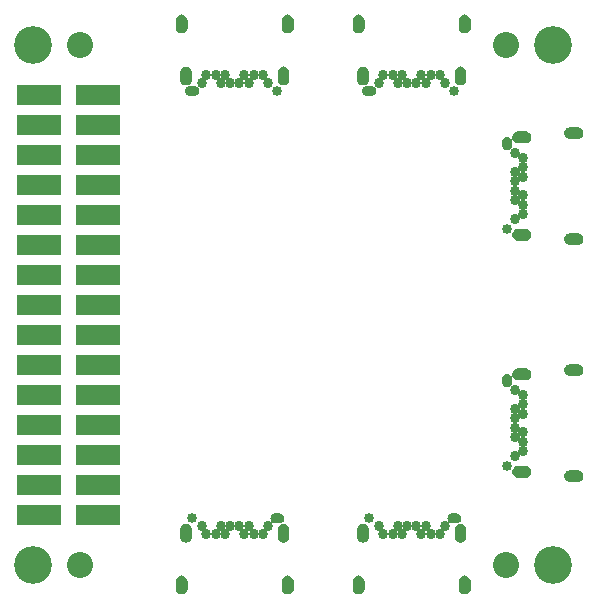
<source format=gbr>
G04 EAGLE Gerber RS-274X export*
G75*
%MOMM*%
%FSLAX34Y34*%
%LPD*%
%INSoldermask Bottom*%
%IPPOS*%
%AMOC8*
5,1,8,0,0,1.08239X$1,22.5*%
G01*
%ADD10C,3.203200*%
%ADD11C,2.203200*%
%ADD12C,0.863200*%
%ADD13C,0.853200*%
%ADD14R,3.803200X1.803200*%
%ADD15C,0.813200*%

G36*
X490683Y390373D02*
X490683Y390373D01*
X490686Y390371D01*
X491798Y390496D01*
X491804Y390502D01*
X491809Y390499D01*
X492866Y390869D01*
X492870Y390876D01*
X492876Y390873D01*
X493824Y391469D01*
X493827Y391477D01*
X493832Y391476D01*
X494624Y392268D01*
X494625Y392276D01*
X494631Y392276D01*
X495227Y393224D01*
X495226Y393233D01*
X495231Y393234D01*
X495601Y394291D01*
X495600Y394295D01*
X495602Y394297D01*
X495600Y394300D01*
X495604Y394302D01*
X495729Y395415D01*
X495725Y395422D01*
X495729Y395426D01*
X495604Y396538D01*
X495598Y396544D01*
X495601Y396549D01*
X495231Y397606D01*
X495225Y397610D01*
X495227Y397616D01*
X494631Y398564D01*
X494623Y398567D01*
X494624Y398572D01*
X493832Y399364D01*
X493824Y399365D01*
X493824Y399371D01*
X492876Y399967D01*
X492867Y399966D01*
X492866Y399971D01*
X491809Y400341D01*
X491801Y400339D01*
X491798Y400344D01*
X490686Y400469D01*
X490682Y400467D01*
X490680Y400469D01*
X484680Y400469D01*
X484677Y400467D01*
X484676Y400467D01*
X484675Y400469D01*
X483562Y400344D01*
X483556Y400338D01*
X483551Y400341D01*
X482494Y399971D01*
X482490Y399965D01*
X482484Y399967D01*
X481536Y399371D01*
X481533Y399363D01*
X481528Y399364D01*
X480736Y398572D01*
X480735Y398564D01*
X480729Y398564D01*
X480133Y397616D01*
X480134Y397607D01*
X480129Y397606D01*
X479759Y396549D01*
X479761Y396543D01*
X479757Y396540D01*
X479758Y396539D01*
X479756Y396538D01*
X479631Y395426D01*
X479635Y395418D01*
X479631Y395415D01*
X479756Y394302D01*
X479762Y394296D01*
X479759Y394291D01*
X480129Y393234D01*
X480136Y393230D01*
X480133Y393224D01*
X480729Y392276D01*
X480737Y392273D01*
X480736Y392268D01*
X481528Y391476D01*
X481536Y391475D01*
X481536Y391469D01*
X482484Y390873D01*
X482493Y390874D01*
X482494Y390869D01*
X483551Y390499D01*
X483559Y390501D01*
X483562Y390496D01*
X484675Y390371D01*
X484678Y390373D01*
X484680Y390371D01*
X490680Y390371D01*
X490683Y390373D01*
G37*
G36*
X446683Y386773D02*
X446683Y386773D01*
X446686Y386771D01*
X447798Y386896D01*
X447804Y386902D01*
X447809Y386899D01*
X448866Y387269D01*
X448870Y387276D01*
X448876Y387273D01*
X449824Y387869D01*
X449827Y387877D01*
X449832Y387876D01*
X450624Y388668D01*
X450625Y388676D01*
X450631Y388676D01*
X451227Y389624D01*
X451226Y389633D01*
X451231Y389634D01*
X451601Y390691D01*
X451600Y390695D01*
X451602Y390697D01*
X451600Y390700D01*
X451604Y390702D01*
X451729Y391815D01*
X451725Y391822D01*
X451729Y391826D01*
X451604Y392938D01*
X451598Y392944D01*
X451601Y392949D01*
X451231Y394006D01*
X451225Y394010D01*
X451227Y394016D01*
X450631Y394964D01*
X450623Y394967D01*
X450624Y394972D01*
X449832Y395764D01*
X449824Y395765D01*
X449824Y395771D01*
X448876Y396367D01*
X448867Y396366D01*
X448866Y396371D01*
X447809Y396741D01*
X447801Y396739D01*
X447798Y396744D01*
X446686Y396869D01*
X446682Y396867D01*
X446680Y396869D01*
X440680Y396869D01*
X440677Y396867D01*
X440676Y396867D01*
X440675Y396869D01*
X439562Y396744D01*
X439556Y396738D01*
X439551Y396741D01*
X438494Y396371D01*
X438490Y396365D01*
X438484Y396367D01*
X437536Y395771D01*
X437533Y395763D01*
X437528Y395764D01*
X436736Y394972D01*
X436735Y394964D01*
X436729Y394964D01*
X436133Y394016D01*
X436134Y394007D01*
X436129Y394006D01*
X435759Y392949D01*
X435761Y392943D01*
X435757Y392940D01*
X435758Y392939D01*
X435756Y392938D01*
X435631Y391826D01*
X435635Y391818D01*
X435631Y391815D01*
X435756Y390702D01*
X435762Y390696D01*
X435759Y390691D01*
X436129Y389634D01*
X436136Y389630D01*
X436133Y389624D01*
X436729Y388676D01*
X436737Y388673D01*
X436736Y388668D01*
X437528Y387876D01*
X437536Y387875D01*
X437536Y387869D01*
X438484Y387273D01*
X438493Y387274D01*
X438494Y387269D01*
X439551Y386899D01*
X439559Y386901D01*
X439562Y386896D01*
X440675Y386771D01*
X440678Y386773D01*
X440680Y386771D01*
X446680Y386771D01*
X446683Y386773D01*
G37*
G36*
X446683Y304173D02*
X446683Y304173D01*
X446686Y304171D01*
X447798Y304296D01*
X447804Y304302D01*
X447809Y304299D01*
X448866Y304669D01*
X448870Y304676D01*
X448876Y304673D01*
X449824Y305269D01*
X449827Y305277D01*
X449832Y305276D01*
X450624Y306068D01*
X450625Y306076D01*
X450631Y306076D01*
X451227Y307024D01*
X451226Y307033D01*
X451231Y307034D01*
X451601Y308091D01*
X451600Y308095D01*
X451602Y308097D01*
X451600Y308100D01*
X451604Y308102D01*
X451729Y309215D01*
X451725Y309222D01*
X451729Y309226D01*
X451604Y310338D01*
X451598Y310344D01*
X451601Y310349D01*
X451231Y311406D01*
X451225Y311410D01*
X451227Y311416D01*
X450631Y312364D01*
X450623Y312367D01*
X450624Y312372D01*
X449832Y313164D01*
X449824Y313165D01*
X449824Y313171D01*
X448876Y313767D01*
X448867Y313766D01*
X448866Y313771D01*
X447809Y314141D01*
X447801Y314139D01*
X447798Y314144D01*
X446686Y314269D01*
X446682Y314267D01*
X446680Y314269D01*
X440680Y314269D01*
X440677Y314267D01*
X440676Y314267D01*
X440675Y314269D01*
X439562Y314144D01*
X439556Y314138D01*
X439551Y314141D01*
X438494Y313771D01*
X438490Y313765D01*
X438484Y313767D01*
X437536Y313171D01*
X437533Y313163D01*
X437528Y313164D01*
X436736Y312372D01*
X436735Y312364D01*
X436729Y312364D01*
X436133Y311416D01*
X436134Y311407D01*
X436129Y311406D01*
X435759Y310349D01*
X435761Y310343D01*
X435757Y310340D01*
X435758Y310339D01*
X435756Y310338D01*
X435631Y309226D01*
X435635Y309218D01*
X435631Y309215D01*
X435756Y308102D01*
X435762Y308096D01*
X435759Y308091D01*
X436129Y307034D01*
X436136Y307030D01*
X436133Y307024D01*
X436729Y306076D01*
X436737Y306073D01*
X436736Y306068D01*
X437528Y305276D01*
X437536Y305275D01*
X437536Y305269D01*
X438484Y304673D01*
X438493Y304674D01*
X438494Y304669D01*
X439551Y304299D01*
X439559Y304301D01*
X439562Y304296D01*
X440675Y304171D01*
X440678Y304173D01*
X440680Y304171D01*
X446680Y304171D01*
X446683Y304173D01*
G37*
G36*
X490683Y300573D02*
X490683Y300573D01*
X490686Y300571D01*
X491798Y300696D01*
X491804Y300702D01*
X491809Y300699D01*
X492866Y301069D01*
X492870Y301076D01*
X492876Y301073D01*
X493824Y301669D01*
X493827Y301677D01*
X493832Y301676D01*
X494624Y302468D01*
X494625Y302476D01*
X494631Y302476D01*
X495227Y303424D01*
X495226Y303433D01*
X495231Y303434D01*
X495601Y304491D01*
X495600Y304495D01*
X495602Y304497D01*
X495600Y304500D01*
X495604Y304502D01*
X495729Y305615D01*
X495725Y305622D01*
X495729Y305626D01*
X495604Y306738D01*
X495598Y306744D01*
X495601Y306749D01*
X495231Y307806D01*
X495225Y307810D01*
X495227Y307816D01*
X494631Y308764D01*
X494623Y308767D01*
X494624Y308772D01*
X493832Y309564D01*
X493824Y309565D01*
X493824Y309571D01*
X492876Y310167D01*
X492867Y310166D01*
X492866Y310171D01*
X491809Y310541D01*
X491801Y310539D01*
X491798Y310544D01*
X490686Y310669D01*
X490682Y310667D01*
X490680Y310669D01*
X484680Y310669D01*
X484677Y310667D01*
X484676Y310667D01*
X484675Y310669D01*
X483562Y310544D01*
X483556Y310538D01*
X483551Y310541D01*
X482494Y310171D01*
X482490Y310165D01*
X482484Y310167D01*
X481536Y309571D01*
X481533Y309563D01*
X481528Y309564D01*
X480736Y308772D01*
X480735Y308764D01*
X480729Y308764D01*
X480133Y307816D01*
X480134Y307807D01*
X480129Y307806D01*
X479759Y306749D01*
X479761Y306743D01*
X479757Y306740D01*
X479758Y306739D01*
X479756Y306738D01*
X479631Y305626D01*
X479635Y305618D01*
X479631Y305615D01*
X479756Y304502D01*
X479762Y304496D01*
X479759Y304491D01*
X480129Y303434D01*
X480136Y303430D01*
X480133Y303424D01*
X480729Y302476D01*
X480737Y302473D01*
X480736Y302468D01*
X481528Y301676D01*
X481536Y301675D01*
X481536Y301669D01*
X482484Y301073D01*
X482493Y301074D01*
X482494Y301069D01*
X483551Y300699D01*
X483559Y300701D01*
X483562Y300696D01*
X484675Y300571D01*
X484678Y300573D01*
X484680Y300571D01*
X490680Y300571D01*
X490683Y300573D01*
G37*
G36*
X490683Y189713D02*
X490683Y189713D01*
X490686Y189711D01*
X491798Y189836D01*
X491804Y189842D01*
X491809Y189839D01*
X492866Y190209D01*
X492870Y190216D01*
X492876Y190213D01*
X493824Y190809D01*
X493827Y190817D01*
X493832Y190816D01*
X494624Y191608D01*
X494625Y191616D01*
X494631Y191616D01*
X495227Y192564D01*
X495226Y192573D01*
X495231Y192574D01*
X495601Y193631D01*
X495600Y193635D01*
X495602Y193637D01*
X495600Y193640D01*
X495604Y193642D01*
X495729Y194755D01*
X495725Y194762D01*
X495729Y194766D01*
X495604Y195878D01*
X495598Y195884D01*
X495601Y195889D01*
X495231Y196946D01*
X495225Y196950D01*
X495227Y196956D01*
X494631Y197904D01*
X494623Y197907D01*
X494624Y197912D01*
X493832Y198704D01*
X493824Y198705D01*
X493824Y198711D01*
X492876Y199307D01*
X492867Y199306D01*
X492866Y199311D01*
X491809Y199681D01*
X491801Y199679D01*
X491798Y199684D01*
X490686Y199809D01*
X490682Y199807D01*
X490680Y199809D01*
X484680Y199809D01*
X484677Y199807D01*
X484676Y199807D01*
X484675Y199809D01*
X483562Y199684D01*
X483556Y199678D01*
X483551Y199681D01*
X482494Y199311D01*
X482490Y199305D01*
X482484Y199307D01*
X481536Y198711D01*
X481533Y198703D01*
X481528Y198704D01*
X480736Y197912D01*
X480735Y197904D01*
X480729Y197904D01*
X480133Y196956D01*
X480134Y196947D01*
X480129Y196946D01*
X479759Y195889D01*
X479761Y195883D01*
X479757Y195880D01*
X479758Y195879D01*
X479756Y195878D01*
X479631Y194766D01*
X479635Y194758D01*
X479631Y194755D01*
X479756Y193642D01*
X479762Y193636D01*
X479759Y193631D01*
X480129Y192574D01*
X480136Y192570D01*
X480133Y192564D01*
X480729Y191616D01*
X480737Y191613D01*
X480736Y191608D01*
X481528Y190816D01*
X481536Y190815D01*
X481536Y190809D01*
X482484Y190213D01*
X482493Y190214D01*
X482494Y190209D01*
X483551Y189839D01*
X483559Y189841D01*
X483562Y189836D01*
X484675Y189711D01*
X484678Y189713D01*
X484680Y189711D01*
X490680Y189711D01*
X490683Y189713D01*
G37*
G36*
X446683Y186113D02*
X446683Y186113D01*
X446686Y186111D01*
X447798Y186236D01*
X447804Y186242D01*
X447809Y186239D01*
X448866Y186609D01*
X448870Y186616D01*
X448876Y186613D01*
X449824Y187209D01*
X449827Y187217D01*
X449832Y187216D01*
X450624Y188008D01*
X450625Y188016D01*
X450631Y188016D01*
X451227Y188964D01*
X451226Y188973D01*
X451231Y188974D01*
X451601Y190031D01*
X451600Y190035D01*
X451602Y190037D01*
X451600Y190040D01*
X451604Y190042D01*
X451729Y191155D01*
X451725Y191162D01*
X451729Y191166D01*
X451604Y192278D01*
X451598Y192284D01*
X451601Y192289D01*
X451231Y193346D01*
X451225Y193350D01*
X451227Y193356D01*
X450631Y194304D01*
X450623Y194307D01*
X450624Y194312D01*
X449832Y195104D01*
X449824Y195105D01*
X449824Y195111D01*
X448876Y195707D01*
X448867Y195706D01*
X448866Y195711D01*
X447809Y196081D01*
X447801Y196079D01*
X447798Y196084D01*
X446686Y196209D01*
X446682Y196207D01*
X446680Y196209D01*
X440680Y196209D01*
X440677Y196207D01*
X440676Y196207D01*
X440675Y196209D01*
X439562Y196084D01*
X439556Y196078D01*
X439551Y196081D01*
X438494Y195711D01*
X438490Y195705D01*
X438484Y195707D01*
X437536Y195111D01*
X437533Y195103D01*
X437528Y195104D01*
X436736Y194312D01*
X436735Y194304D01*
X436729Y194304D01*
X436133Y193356D01*
X436134Y193347D01*
X436129Y193346D01*
X435759Y192289D01*
X435761Y192283D01*
X435757Y192280D01*
X435758Y192279D01*
X435756Y192278D01*
X435631Y191166D01*
X435635Y191158D01*
X435631Y191155D01*
X435756Y190042D01*
X435762Y190036D01*
X435759Y190031D01*
X436129Y188974D01*
X436136Y188970D01*
X436133Y188964D01*
X436729Y188016D01*
X436737Y188013D01*
X436736Y188008D01*
X437528Y187216D01*
X437536Y187215D01*
X437536Y187209D01*
X438484Y186613D01*
X438493Y186614D01*
X438494Y186609D01*
X439551Y186239D01*
X439559Y186241D01*
X439562Y186236D01*
X440675Y186111D01*
X440678Y186113D01*
X440680Y186111D01*
X446680Y186111D01*
X446683Y186113D01*
G37*
G36*
X446683Y103513D02*
X446683Y103513D01*
X446686Y103511D01*
X447798Y103636D01*
X447804Y103642D01*
X447809Y103639D01*
X448866Y104009D01*
X448870Y104016D01*
X448876Y104013D01*
X449824Y104609D01*
X449827Y104617D01*
X449832Y104616D01*
X450624Y105408D01*
X450625Y105416D01*
X450631Y105416D01*
X451227Y106364D01*
X451226Y106373D01*
X451231Y106374D01*
X451601Y107431D01*
X451600Y107435D01*
X451602Y107437D01*
X451600Y107440D01*
X451604Y107442D01*
X451729Y108555D01*
X451725Y108562D01*
X451729Y108566D01*
X451604Y109678D01*
X451598Y109684D01*
X451601Y109689D01*
X451231Y110746D01*
X451225Y110750D01*
X451227Y110756D01*
X450631Y111704D01*
X450623Y111707D01*
X450624Y111712D01*
X449832Y112504D01*
X449824Y112505D01*
X449824Y112511D01*
X448876Y113107D01*
X448867Y113106D01*
X448866Y113111D01*
X447809Y113481D01*
X447801Y113479D01*
X447798Y113484D01*
X446686Y113609D01*
X446682Y113607D01*
X446680Y113609D01*
X440680Y113609D01*
X440677Y113607D01*
X440676Y113607D01*
X440675Y113609D01*
X439562Y113484D01*
X439556Y113478D01*
X439551Y113481D01*
X438494Y113111D01*
X438490Y113105D01*
X438484Y113107D01*
X437536Y112511D01*
X437533Y112503D01*
X437528Y112504D01*
X436736Y111712D01*
X436735Y111704D01*
X436729Y111704D01*
X436133Y110756D01*
X436134Y110747D01*
X436129Y110746D01*
X435759Y109689D01*
X435761Y109683D01*
X435757Y109680D01*
X435758Y109679D01*
X435756Y109678D01*
X435631Y108566D01*
X435635Y108558D01*
X435631Y108555D01*
X435756Y107442D01*
X435762Y107436D01*
X435759Y107431D01*
X436129Y106374D01*
X436136Y106370D01*
X436133Y106364D01*
X436729Y105416D01*
X436737Y105413D01*
X436736Y105408D01*
X437528Y104616D01*
X437536Y104615D01*
X437536Y104609D01*
X438484Y104013D01*
X438493Y104014D01*
X438494Y104009D01*
X439551Y103639D01*
X439559Y103641D01*
X439562Y103636D01*
X440675Y103511D01*
X440678Y103513D01*
X440680Y103511D01*
X446680Y103511D01*
X446683Y103513D01*
G37*
G36*
X490683Y99913D02*
X490683Y99913D01*
X490686Y99911D01*
X491798Y100036D01*
X491804Y100042D01*
X491809Y100039D01*
X492866Y100409D01*
X492870Y100416D01*
X492876Y100413D01*
X493824Y101009D01*
X493827Y101017D01*
X493832Y101016D01*
X494624Y101808D01*
X494625Y101816D01*
X494631Y101816D01*
X495227Y102764D01*
X495226Y102773D01*
X495231Y102774D01*
X495601Y103831D01*
X495600Y103835D01*
X495602Y103837D01*
X495600Y103840D01*
X495604Y103842D01*
X495729Y104955D01*
X495725Y104962D01*
X495729Y104966D01*
X495604Y106078D01*
X495598Y106084D01*
X495601Y106089D01*
X495231Y107146D01*
X495225Y107150D01*
X495227Y107156D01*
X494631Y108104D01*
X494623Y108107D01*
X494624Y108112D01*
X493832Y108904D01*
X493824Y108905D01*
X493824Y108911D01*
X492876Y109507D01*
X492867Y109506D01*
X492866Y109511D01*
X491809Y109881D01*
X491801Y109879D01*
X491798Y109884D01*
X490686Y110009D01*
X490682Y110007D01*
X490680Y110009D01*
X484680Y110009D01*
X484677Y110007D01*
X484676Y110007D01*
X484675Y110009D01*
X483562Y109884D01*
X483556Y109878D01*
X483551Y109881D01*
X482494Y109511D01*
X482490Y109505D01*
X482484Y109507D01*
X481536Y108911D01*
X481533Y108903D01*
X481528Y108904D01*
X480736Y108112D01*
X480735Y108104D01*
X480729Y108104D01*
X480133Y107156D01*
X480134Y107147D01*
X480129Y107146D01*
X479759Y106089D01*
X479761Y106083D01*
X479757Y106080D01*
X479758Y106079D01*
X479756Y106078D01*
X479631Y104966D01*
X479635Y104958D01*
X479631Y104955D01*
X479756Y103842D01*
X479762Y103836D01*
X479759Y103831D01*
X480129Y102774D01*
X480136Y102770D01*
X480133Y102764D01*
X480729Y101816D01*
X480737Y101813D01*
X480736Y101808D01*
X481528Y101016D01*
X481536Y101015D01*
X481536Y101009D01*
X482484Y100413D01*
X482493Y100414D01*
X482494Y100409D01*
X483551Y100039D01*
X483559Y100041D01*
X483562Y100036D01*
X484675Y99911D01*
X484678Y99913D01*
X484680Y99911D01*
X490680Y99911D01*
X490683Y99913D01*
G37*
G36*
X243078Y435756D02*
X243078Y435756D01*
X243084Y435762D01*
X243089Y435759D01*
X244146Y436129D01*
X244150Y436136D01*
X244156Y436133D01*
X245104Y436729D01*
X245107Y436737D01*
X245112Y436736D01*
X245904Y437528D01*
X245905Y437536D01*
X245911Y437536D01*
X246507Y438484D01*
X246506Y438493D01*
X246511Y438494D01*
X246881Y439551D01*
X246880Y439555D01*
X246882Y439557D01*
X246880Y439560D01*
X246884Y439562D01*
X247009Y440675D01*
X247007Y440678D01*
X247009Y440680D01*
X247009Y446680D01*
X247007Y446683D01*
X247009Y446686D01*
X246884Y447798D01*
X246878Y447804D01*
X246881Y447809D01*
X246511Y448866D01*
X246505Y448870D01*
X246507Y448876D01*
X245911Y449824D01*
X245903Y449827D01*
X245904Y449832D01*
X245112Y450624D01*
X245104Y450625D01*
X245104Y450631D01*
X244156Y451227D01*
X244147Y451226D01*
X244146Y451231D01*
X243089Y451601D01*
X243081Y451599D01*
X243078Y451604D01*
X241966Y451729D01*
X241958Y451725D01*
X241955Y451729D01*
X240842Y451604D01*
X240836Y451598D01*
X240831Y451601D01*
X239774Y451231D01*
X239770Y451225D01*
X239764Y451227D01*
X238816Y450631D01*
X238813Y450623D01*
X238808Y450624D01*
X238016Y449832D01*
X238015Y449824D01*
X238009Y449824D01*
X237413Y448876D01*
X237414Y448867D01*
X237409Y448866D01*
X237039Y447809D01*
X237041Y447801D01*
X237036Y447798D01*
X236911Y446686D01*
X236913Y446682D01*
X236911Y446680D01*
X236911Y440680D01*
X236913Y440677D01*
X236911Y440675D01*
X237036Y439562D01*
X237042Y439556D01*
X237039Y439551D01*
X237409Y438494D01*
X237416Y438490D01*
X237413Y438484D01*
X238009Y437536D01*
X238017Y437533D01*
X238016Y437528D01*
X238808Y436736D01*
X238816Y436735D01*
X238816Y436729D01*
X239764Y436133D01*
X239773Y436134D01*
X239774Y436129D01*
X240831Y435759D01*
X240839Y435761D01*
X240842Y435756D01*
X241955Y435631D01*
X241962Y435635D01*
X241966Y435631D01*
X243078Y435756D01*
G37*
G36*
X310338Y435756D02*
X310338Y435756D01*
X310344Y435762D01*
X310349Y435759D01*
X311406Y436129D01*
X311410Y436136D01*
X311416Y436133D01*
X312364Y436729D01*
X312367Y436737D01*
X312372Y436736D01*
X313164Y437528D01*
X313165Y437536D01*
X313171Y437536D01*
X313767Y438484D01*
X313766Y438493D01*
X313771Y438494D01*
X314141Y439551D01*
X314140Y439555D01*
X314142Y439557D01*
X314140Y439560D01*
X314144Y439562D01*
X314269Y440675D01*
X314267Y440678D01*
X314269Y440680D01*
X314269Y446680D01*
X314267Y446683D01*
X314269Y446686D01*
X314144Y447798D01*
X314138Y447804D01*
X314141Y447809D01*
X313771Y448866D01*
X313765Y448870D01*
X313767Y448876D01*
X313171Y449824D01*
X313163Y449827D01*
X313164Y449832D01*
X312372Y450624D01*
X312364Y450625D01*
X312364Y450631D01*
X311416Y451227D01*
X311407Y451226D01*
X311406Y451231D01*
X310349Y451601D01*
X310341Y451599D01*
X310338Y451604D01*
X309226Y451729D01*
X309218Y451725D01*
X309215Y451729D01*
X308102Y451604D01*
X308096Y451598D01*
X308091Y451601D01*
X307034Y451231D01*
X307030Y451225D01*
X307024Y451227D01*
X306076Y450631D01*
X306073Y450623D01*
X306068Y450624D01*
X305276Y449832D01*
X305275Y449824D01*
X305269Y449824D01*
X304673Y448876D01*
X304674Y448867D01*
X304669Y448866D01*
X304299Y447809D01*
X304301Y447801D01*
X304296Y447798D01*
X304171Y446686D01*
X304173Y446682D01*
X304171Y446680D01*
X304171Y440680D01*
X304173Y440677D01*
X304171Y440675D01*
X304296Y439562D01*
X304302Y439556D01*
X304299Y439551D01*
X304669Y438494D01*
X304676Y438490D01*
X304673Y438484D01*
X305269Y437536D01*
X305277Y437533D01*
X305276Y437528D01*
X306068Y436736D01*
X306076Y436735D01*
X306076Y436729D01*
X307024Y436133D01*
X307033Y436134D01*
X307034Y436129D01*
X308091Y435759D01*
X308099Y435761D01*
X308102Y435756D01*
X309215Y435631D01*
X309222Y435635D01*
X309226Y435631D01*
X310338Y435756D01*
G37*
G36*
X392938Y435756D02*
X392938Y435756D01*
X392944Y435762D01*
X392949Y435759D01*
X394006Y436129D01*
X394010Y436136D01*
X394016Y436133D01*
X394964Y436729D01*
X394967Y436737D01*
X394972Y436736D01*
X395764Y437528D01*
X395765Y437536D01*
X395771Y437536D01*
X396367Y438484D01*
X396366Y438493D01*
X396371Y438494D01*
X396741Y439551D01*
X396740Y439555D01*
X396742Y439557D01*
X396740Y439560D01*
X396744Y439562D01*
X396869Y440675D01*
X396867Y440678D01*
X396869Y440680D01*
X396869Y446680D01*
X396867Y446683D01*
X396869Y446686D01*
X396744Y447798D01*
X396738Y447804D01*
X396741Y447809D01*
X396371Y448866D01*
X396365Y448870D01*
X396367Y448876D01*
X395771Y449824D01*
X395763Y449827D01*
X395764Y449832D01*
X394972Y450624D01*
X394964Y450625D01*
X394964Y450631D01*
X394016Y451227D01*
X394007Y451226D01*
X394006Y451231D01*
X392949Y451601D01*
X392941Y451599D01*
X392938Y451604D01*
X391826Y451729D01*
X391818Y451725D01*
X391815Y451729D01*
X390702Y451604D01*
X390696Y451598D01*
X390691Y451601D01*
X389634Y451231D01*
X389630Y451225D01*
X389624Y451227D01*
X388676Y450631D01*
X388673Y450623D01*
X388668Y450624D01*
X387876Y449832D01*
X387875Y449824D01*
X387869Y449824D01*
X387273Y448876D01*
X387274Y448867D01*
X387269Y448866D01*
X386899Y447809D01*
X386901Y447801D01*
X386896Y447798D01*
X386771Y446686D01*
X386773Y446682D01*
X386771Y446680D01*
X386771Y440680D01*
X386773Y440677D01*
X386771Y440675D01*
X386896Y439562D01*
X386902Y439556D01*
X386899Y439551D01*
X387269Y438494D01*
X387276Y438490D01*
X387273Y438484D01*
X387869Y437536D01*
X387877Y437533D01*
X387876Y437528D01*
X388668Y436736D01*
X388676Y436735D01*
X388676Y436729D01*
X389624Y436133D01*
X389633Y436134D01*
X389634Y436129D01*
X390691Y435759D01*
X390699Y435761D01*
X390702Y435756D01*
X391815Y435631D01*
X391822Y435635D01*
X391826Y435631D01*
X392938Y435756D01*
G37*
G36*
X160478Y435756D02*
X160478Y435756D01*
X160484Y435762D01*
X160489Y435759D01*
X161546Y436129D01*
X161550Y436136D01*
X161556Y436133D01*
X162504Y436729D01*
X162507Y436737D01*
X162512Y436736D01*
X163304Y437528D01*
X163305Y437536D01*
X163311Y437536D01*
X163907Y438484D01*
X163906Y438493D01*
X163911Y438494D01*
X164281Y439551D01*
X164280Y439555D01*
X164282Y439557D01*
X164280Y439560D01*
X164284Y439562D01*
X164409Y440675D01*
X164407Y440678D01*
X164409Y440680D01*
X164409Y446680D01*
X164407Y446683D01*
X164409Y446686D01*
X164284Y447798D01*
X164278Y447804D01*
X164281Y447809D01*
X163911Y448866D01*
X163905Y448870D01*
X163907Y448876D01*
X163311Y449824D01*
X163303Y449827D01*
X163304Y449832D01*
X162512Y450624D01*
X162504Y450625D01*
X162504Y450631D01*
X161556Y451227D01*
X161547Y451226D01*
X161546Y451231D01*
X160489Y451601D01*
X160481Y451599D01*
X160478Y451604D01*
X159366Y451729D01*
X159358Y451725D01*
X159355Y451729D01*
X158242Y451604D01*
X158236Y451598D01*
X158231Y451601D01*
X157174Y451231D01*
X157170Y451225D01*
X157164Y451227D01*
X156216Y450631D01*
X156213Y450623D01*
X156208Y450624D01*
X155416Y449832D01*
X155415Y449824D01*
X155409Y449824D01*
X154813Y448876D01*
X154814Y448867D01*
X154809Y448866D01*
X154439Y447809D01*
X154441Y447801D01*
X154436Y447798D01*
X154311Y446686D01*
X154313Y446682D01*
X154311Y446680D01*
X154311Y440680D01*
X154313Y440677D01*
X154311Y440675D01*
X154436Y439562D01*
X154442Y439556D01*
X154439Y439551D01*
X154809Y438494D01*
X154816Y438490D01*
X154813Y438484D01*
X155409Y437536D01*
X155417Y437533D01*
X155416Y437528D01*
X156208Y436736D01*
X156216Y436735D01*
X156216Y436729D01*
X157164Y436133D01*
X157173Y436134D01*
X157174Y436129D01*
X158231Y435759D01*
X158239Y435761D01*
X158242Y435756D01*
X159355Y435631D01*
X159362Y435635D01*
X159366Y435631D01*
X160478Y435756D01*
G37*
G36*
X243078Y48776D02*
X243078Y48776D01*
X243084Y48782D01*
X243089Y48779D01*
X244146Y49149D01*
X244150Y49156D01*
X244156Y49153D01*
X245104Y49749D01*
X245107Y49757D01*
X245112Y49756D01*
X245904Y50548D01*
X245905Y50556D01*
X245911Y50556D01*
X246507Y51504D01*
X246506Y51513D01*
X246511Y51514D01*
X246881Y52571D01*
X246880Y52575D01*
X246882Y52577D01*
X246880Y52580D01*
X246884Y52582D01*
X247009Y53695D01*
X247007Y53698D01*
X247009Y53700D01*
X247009Y59700D01*
X247007Y59703D01*
X247009Y59706D01*
X246884Y60818D01*
X246878Y60824D01*
X246881Y60829D01*
X246511Y61886D01*
X246505Y61890D01*
X246507Y61896D01*
X245911Y62844D01*
X245903Y62847D01*
X245904Y62852D01*
X245112Y63644D01*
X245104Y63645D01*
X245104Y63651D01*
X244156Y64247D01*
X244147Y64246D01*
X244146Y64251D01*
X243089Y64621D01*
X243081Y64619D01*
X243078Y64624D01*
X241966Y64749D01*
X241958Y64745D01*
X241955Y64749D01*
X240842Y64624D01*
X240836Y64618D01*
X240831Y64621D01*
X239774Y64251D01*
X239770Y64245D01*
X239764Y64247D01*
X238816Y63651D01*
X238813Y63643D01*
X238808Y63644D01*
X238016Y62852D01*
X238015Y62844D01*
X238009Y62844D01*
X237413Y61896D01*
X237414Y61887D01*
X237409Y61886D01*
X237039Y60829D01*
X237041Y60821D01*
X237036Y60818D01*
X236911Y59706D01*
X236913Y59702D01*
X236911Y59700D01*
X236911Y53700D01*
X236913Y53697D01*
X236911Y53695D01*
X237036Y52582D01*
X237042Y52576D01*
X237039Y52571D01*
X237409Y51514D01*
X237416Y51510D01*
X237413Y51504D01*
X238009Y50556D01*
X238017Y50553D01*
X238016Y50548D01*
X238808Y49756D01*
X238816Y49755D01*
X238816Y49749D01*
X239764Y49153D01*
X239773Y49154D01*
X239774Y49149D01*
X240831Y48779D01*
X240839Y48781D01*
X240842Y48776D01*
X241955Y48651D01*
X241962Y48655D01*
X241966Y48651D01*
X243078Y48776D01*
G37*
G36*
X310338Y48776D02*
X310338Y48776D01*
X310344Y48782D01*
X310349Y48779D01*
X311406Y49149D01*
X311410Y49156D01*
X311416Y49153D01*
X312364Y49749D01*
X312367Y49757D01*
X312372Y49756D01*
X313164Y50548D01*
X313165Y50556D01*
X313171Y50556D01*
X313767Y51504D01*
X313766Y51513D01*
X313771Y51514D01*
X314141Y52571D01*
X314140Y52575D01*
X314142Y52577D01*
X314140Y52580D01*
X314144Y52582D01*
X314269Y53695D01*
X314267Y53698D01*
X314269Y53700D01*
X314269Y59700D01*
X314267Y59703D01*
X314269Y59706D01*
X314144Y60818D01*
X314138Y60824D01*
X314141Y60829D01*
X313771Y61886D01*
X313765Y61890D01*
X313767Y61896D01*
X313171Y62844D01*
X313163Y62847D01*
X313164Y62852D01*
X312372Y63644D01*
X312364Y63645D01*
X312364Y63651D01*
X311416Y64247D01*
X311407Y64246D01*
X311406Y64251D01*
X310349Y64621D01*
X310341Y64619D01*
X310338Y64624D01*
X309226Y64749D01*
X309218Y64745D01*
X309215Y64749D01*
X308102Y64624D01*
X308096Y64618D01*
X308091Y64621D01*
X307034Y64251D01*
X307030Y64245D01*
X307024Y64247D01*
X306076Y63651D01*
X306073Y63643D01*
X306068Y63644D01*
X305276Y62852D01*
X305275Y62844D01*
X305269Y62844D01*
X304673Y61896D01*
X304674Y61887D01*
X304669Y61886D01*
X304299Y60829D01*
X304301Y60821D01*
X304296Y60818D01*
X304171Y59706D01*
X304173Y59702D01*
X304171Y59700D01*
X304171Y53700D01*
X304173Y53697D01*
X304171Y53695D01*
X304296Y52582D01*
X304302Y52576D01*
X304299Y52571D01*
X304669Y51514D01*
X304676Y51510D01*
X304673Y51504D01*
X305269Y50556D01*
X305277Y50553D01*
X305276Y50548D01*
X306068Y49756D01*
X306076Y49755D01*
X306076Y49749D01*
X307024Y49153D01*
X307033Y49154D01*
X307034Y49149D01*
X308091Y48779D01*
X308099Y48781D01*
X308102Y48776D01*
X309215Y48651D01*
X309222Y48655D01*
X309226Y48651D01*
X310338Y48776D01*
G37*
G36*
X160478Y48776D02*
X160478Y48776D01*
X160484Y48782D01*
X160489Y48779D01*
X161546Y49149D01*
X161550Y49156D01*
X161556Y49153D01*
X162504Y49749D01*
X162507Y49757D01*
X162512Y49756D01*
X163304Y50548D01*
X163305Y50556D01*
X163311Y50556D01*
X163907Y51504D01*
X163906Y51513D01*
X163911Y51514D01*
X164281Y52571D01*
X164280Y52575D01*
X164282Y52577D01*
X164280Y52580D01*
X164284Y52582D01*
X164409Y53695D01*
X164407Y53698D01*
X164409Y53700D01*
X164409Y59700D01*
X164407Y59703D01*
X164409Y59706D01*
X164284Y60818D01*
X164278Y60824D01*
X164281Y60829D01*
X163911Y61886D01*
X163905Y61890D01*
X163907Y61896D01*
X163311Y62844D01*
X163303Y62847D01*
X163304Y62852D01*
X162512Y63644D01*
X162504Y63645D01*
X162504Y63651D01*
X161556Y64247D01*
X161547Y64246D01*
X161546Y64251D01*
X160489Y64621D01*
X160481Y64619D01*
X160478Y64624D01*
X159366Y64749D01*
X159358Y64745D01*
X159355Y64749D01*
X158242Y64624D01*
X158236Y64618D01*
X158231Y64621D01*
X157174Y64251D01*
X157170Y64245D01*
X157164Y64247D01*
X156216Y63651D01*
X156213Y63643D01*
X156208Y63644D01*
X155416Y62852D01*
X155415Y62844D01*
X155409Y62844D01*
X154813Y61896D01*
X154814Y61887D01*
X154809Y61886D01*
X154439Y60829D01*
X154441Y60821D01*
X154436Y60818D01*
X154311Y59706D01*
X154313Y59702D01*
X154311Y59700D01*
X154311Y53700D01*
X154313Y53697D01*
X154311Y53695D01*
X154436Y52582D01*
X154442Y52576D01*
X154439Y52571D01*
X154809Y51514D01*
X154816Y51510D01*
X154813Y51504D01*
X155409Y50556D01*
X155417Y50553D01*
X155416Y50548D01*
X156208Y49756D01*
X156216Y49755D01*
X156216Y49749D01*
X157164Y49153D01*
X157173Y49154D01*
X157174Y49149D01*
X158231Y48779D01*
X158239Y48781D01*
X158242Y48776D01*
X159355Y48651D01*
X159362Y48655D01*
X159366Y48651D01*
X160478Y48776D01*
G37*
G36*
X392938Y48776D02*
X392938Y48776D01*
X392944Y48782D01*
X392949Y48779D01*
X394006Y49149D01*
X394010Y49156D01*
X394016Y49153D01*
X394964Y49749D01*
X394967Y49757D01*
X394972Y49756D01*
X395764Y50548D01*
X395765Y50556D01*
X395771Y50556D01*
X396367Y51504D01*
X396366Y51513D01*
X396371Y51514D01*
X396741Y52571D01*
X396740Y52575D01*
X396742Y52577D01*
X396740Y52580D01*
X396744Y52582D01*
X396869Y53695D01*
X396867Y53698D01*
X396869Y53700D01*
X396869Y59700D01*
X396867Y59703D01*
X396869Y59706D01*
X396744Y60818D01*
X396738Y60824D01*
X396741Y60829D01*
X396371Y61886D01*
X396365Y61890D01*
X396367Y61896D01*
X395771Y62844D01*
X395763Y62847D01*
X395764Y62852D01*
X394972Y63644D01*
X394964Y63645D01*
X394964Y63651D01*
X394016Y64247D01*
X394007Y64246D01*
X394006Y64251D01*
X392949Y64621D01*
X392941Y64619D01*
X392938Y64624D01*
X391826Y64749D01*
X391818Y64745D01*
X391815Y64749D01*
X390702Y64624D01*
X390696Y64618D01*
X390691Y64621D01*
X389634Y64251D01*
X389630Y64245D01*
X389624Y64247D01*
X388676Y63651D01*
X388673Y63643D01*
X388668Y63644D01*
X387876Y62852D01*
X387875Y62844D01*
X387869Y62844D01*
X387273Y61896D01*
X387274Y61887D01*
X387269Y61886D01*
X386899Y60829D01*
X386901Y60821D01*
X386896Y60818D01*
X386771Y59706D01*
X386773Y59702D01*
X386771Y59700D01*
X386771Y53700D01*
X386773Y53697D01*
X386771Y53695D01*
X386896Y52582D01*
X386902Y52576D01*
X386899Y52571D01*
X387269Y51514D01*
X387276Y51510D01*
X387273Y51504D01*
X387869Y50556D01*
X387877Y50553D01*
X387876Y50548D01*
X388668Y49756D01*
X388676Y49755D01*
X388676Y49749D01*
X389624Y49153D01*
X389633Y49154D01*
X389634Y49149D01*
X390691Y48779D01*
X390699Y48781D01*
X390702Y48776D01*
X391815Y48651D01*
X391822Y48655D01*
X391826Y48651D01*
X392938Y48776D01*
G37*
G36*
X156878Y4776D02*
X156878Y4776D01*
X156884Y4782D01*
X156889Y4779D01*
X157946Y5149D01*
X157950Y5156D01*
X157956Y5153D01*
X158904Y5749D01*
X158907Y5757D01*
X158912Y5756D01*
X159704Y6548D01*
X159705Y6556D01*
X159711Y6556D01*
X160307Y7504D01*
X160306Y7513D01*
X160311Y7514D01*
X160681Y8571D01*
X160680Y8575D01*
X160682Y8577D01*
X160680Y8580D01*
X160684Y8582D01*
X160809Y9695D01*
X160807Y9698D01*
X160809Y9700D01*
X160809Y15700D01*
X160807Y15703D01*
X160809Y15706D01*
X160684Y16818D01*
X160678Y16824D01*
X160681Y16829D01*
X160311Y17886D01*
X160305Y17890D01*
X160307Y17896D01*
X159711Y18844D01*
X159703Y18847D01*
X159704Y18852D01*
X158912Y19644D01*
X158904Y19645D01*
X158904Y19651D01*
X157956Y20247D01*
X157947Y20246D01*
X157946Y20251D01*
X156889Y20621D01*
X156881Y20619D01*
X156878Y20624D01*
X155766Y20749D01*
X155758Y20745D01*
X155755Y20749D01*
X154642Y20624D01*
X154636Y20618D01*
X154631Y20621D01*
X153574Y20251D01*
X153570Y20245D01*
X153564Y20247D01*
X152616Y19651D01*
X152613Y19643D01*
X152608Y19644D01*
X151816Y18852D01*
X151815Y18844D01*
X151809Y18844D01*
X151213Y17896D01*
X151214Y17887D01*
X151209Y17886D01*
X150839Y16829D01*
X150841Y16821D01*
X150836Y16818D01*
X150711Y15706D01*
X150713Y15702D01*
X150711Y15700D01*
X150711Y9700D01*
X150713Y9697D01*
X150711Y9695D01*
X150836Y8582D01*
X150842Y8576D01*
X150839Y8571D01*
X151209Y7514D01*
X151216Y7510D01*
X151213Y7504D01*
X151809Y6556D01*
X151817Y6553D01*
X151816Y6548D01*
X152608Y5756D01*
X152616Y5755D01*
X152616Y5749D01*
X153564Y5153D01*
X153573Y5154D01*
X153574Y5149D01*
X154631Y4779D01*
X154639Y4781D01*
X154642Y4776D01*
X155755Y4651D01*
X155762Y4655D01*
X155766Y4651D01*
X156878Y4776D01*
G37*
G36*
X306738Y4776D02*
X306738Y4776D01*
X306744Y4782D01*
X306749Y4779D01*
X307806Y5149D01*
X307810Y5156D01*
X307816Y5153D01*
X308764Y5749D01*
X308767Y5757D01*
X308772Y5756D01*
X309564Y6548D01*
X309565Y6556D01*
X309571Y6556D01*
X310167Y7504D01*
X310166Y7513D01*
X310171Y7514D01*
X310541Y8571D01*
X310540Y8575D01*
X310542Y8577D01*
X310540Y8580D01*
X310544Y8582D01*
X310669Y9695D01*
X310667Y9698D01*
X310669Y9700D01*
X310669Y15700D01*
X310667Y15703D01*
X310669Y15706D01*
X310544Y16818D01*
X310538Y16824D01*
X310541Y16829D01*
X310171Y17886D01*
X310165Y17890D01*
X310167Y17896D01*
X309571Y18844D01*
X309563Y18847D01*
X309564Y18852D01*
X308772Y19644D01*
X308764Y19645D01*
X308764Y19651D01*
X307816Y20247D01*
X307807Y20246D01*
X307806Y20251D01*
X306749Y20621D01*
X306741Y20619D01*
X306738Y20624D01*
X305626Y20749D01*
X305618Y20745D01*
X305615Y20749D01*
X304502Y20624D01*
X304496Y20618D01*
X304491Y20621D01*
X303434Y20251D01*
X303430Y20245D01*
X303424Y20247D01*
X302476Y19651D01*
X302473Y19643D01*
X302468Y19644D01*
X301676Y18852D01*
X301675Y18844D01*
X301669Y18844D01*
X301073Y17896D01*
X301074Y17887D01*
X301069Y17886D01*
X300699Y16829D01*
X300701Y16821D01*
X300696Y16818D01*
X300571Y15706D01*
X300573Y15702D01*
X300571Y15700D01*
X300571Y9700D01*
X300573Y9697D01*
X300571Y9695D01*
X300696Y8582D01*
X300702Y8576D01*
X300699Y8571D01*
X301069Y7514D01*
X301076Y7510D01*
X301073Y7504D01*
X301669Y6556D01*
X301677Y6553D01*
X301676Y6548D01*
X302468Y5756D01*
X302476Y5755D01*
X302476Y5749D01*
X303424Y5153D01*
X303433Y5154D01*
X303434Y5149D01*
X304491Y4779D01*
X304499Y4781D01*
X304502Y4776D01*
X305615Y4651D01*
X305622Y4655D01*
X305626Y4651D01*
X306738Y4776D01*
G37*
G36*
X396538Y4776D02*
X396538Y4776D01*
X396544Y4782D01*
X396549Y4779D01*
X397606Y5149D01*
X397610Y5156D01*
X397616Y5153D01*
X398564Y5749D01*
X398567Y5757D01*
X398572Y5756D01*
X399364Y6548D01*
X399365Y6556D01*
X399371Y6556D01*
X399967Y7504D01*
X399966Y7513D01*
X399971Y7514D01*
X400341Y8571D01*
X400340Y8575D01*
X400342Y8577D01*
X400340Y8580D01*
X400344Y8582D01*
X400469Y9695D01*
X400467Y9698D01*
X400469Y9700D01*
X400469Y15700D01*
X400467Y15703D01*
X400469Y15706D01*
X400344Y16818D01*
X400338Y16824D01*
X400341Y16829D01*
X399971Y17886D01*
X399965Y17890D01*
X399967Y17896D01*
X399371Y18844D01*
X399363Y18847D01*
X399364Y18852D01*
X398572Y19644D01*
X398564Y19645D01*
X398564Y19651D01*
X397616Y20247D01*
X397607Y20246D01*
X397606Y20251D01*
X396549Y20621D01*
X396541Y20619D01*
X396538Y20624D01*
X395426Y20749D01*
X395418Y20745D01*
X395415Y20749D01*
X394302Y20624D01*
X394296Y20618D01*
X394291Y20621D01*
X393234Y20251D01*
X393230Y20245D01*
X393224Y20247D01*
X392276Y19651D01*
X392273Y19643D01*
X392268Y19644D01*
X391476Y18852D01*
X391475Y18844D01*
X391469Y18844D01*
X390873Y17896D01*
X390874Y17887D01*
X390869Y17886D01*
X390499Y16829D01*
X390501Y16821D01*
X390496Y16818D01*
X390371Y15706D01*
X390373Y15702D01*
X390371Y15700D01*
X390371Y9700D01*
X390373Y9697D01*
X390371Y9695D01*
X390496Y8582D01*
X390502Y8576D01*
X390499Y8571D01*
X390869Y7514D01*
X390876Y7510D01*
X390873Y7504D01*
X391469Y6556D01*
X391477Y6553D01*
X391476Y6548D01*
X392268Y5756D01*
X392276Y5755D01*
X392276Y5749D01*
X393224Y5153D01*
X393233Y5154D01*
X393234Y5149D01*
X394291Y4779D01*
X394299Y4781D01*
X394302Y4776D01*
X395415Y4651D01*
X395422Y4655D01*
X395426Y4651D01*
X396538Y4776D01*
G37*
G36*
X246678Y4776D02*
X246678Y4776D01*
X246684Y4782D01*
X246689Y4779D01*
X247746Y5149D01*
X247750Y5156D01*
X247756Y5153D01*
X248704Y5749D01*
X248707Y5757D01*
X248712Y5756D01*
X249504Y6548D01*
X249505Y6556D01*
X249511Y6556D01*
X250107Y7504D01*
X250106Y7513D01*
X250111Y7514D01*
X250481Y8571D01*
X250480Y8575D01*
X250482Y8577D01*
X250480Y8580D01*
X250484Y8582D01*
X250609Y9695D01*
X250607Y9698D01*
X250609Y9700D01*
X250609Y15700D01*
X250607Y15703D01*
X250609Y15706D01*
X250484Y16818D01*
X250478Y16824D01*
X250481Y16829D01*
X250111Y17886D01*
X250105Y17890D01*
X250107Y17896D01*
X249511Y18844D01*
X249503Y18847D01*
X249504Y18852D01*
X248712Y19644D01*
X248704Y19645D01*
X248704Y19651D01*
X247756Y20247D01*
X247747Y20246D01*
X247746Y20251D01*
X246689Y20621D01*
X246681Y20619D01*
X246678Y20624D01*
X245566Y20749D01*
X245558Y20745D01*
X245555Y20749D01*
X244442Y20624D01*
X244436Y20618D01*
X244431Y20621D01*
X243374Y20251D01*
X243370Y20245D01*
X243364Y20247D01*
X242416Y19651D01*
X242413Y19643D01*
X242408Y19644D01*
X241616Y18852D01*
X241615Y18844D01*
X241609Y18844D01*
X241013Y17896D01*
X241014Y17887D01*
X241009Y17886D01*
X240639Y16829D01*
X240641Y16821D01*
X240636Y16818D01*
X240511Y15706D01*
X240513Y15702D01*
X240511Y15700D01*
X240511Y9700D01*
X240513Y9697D01*
X240511Y9695D01*
X240636Y8582D01*
X240642Y8576D01*
X240639Y8571D01*
X241009Y7514D01*
X241016Y7510D01*
X241013Y7504D01*
X241609Y6556D01*
X241617Y6553D01*
X241616Y6548D01*
X242408Y5756D01*
X242416Y5755D01*
X242416Y5749D01*
X243364Y5153D01*
X243373Y5154D01*
X243374Y5149D01*
X244431Y4779D01*
X244439Y4781D01*
X244442Y4776D01*
X245555Y4651D01*
X245562Y4655D01*
X245566Y4651D01*
X246678Y4776D01*
G37*
G36*
X156878Y479756D02*
X156878Y479756D01*
X156884Y479762D01*
X156889Y479759D01*
X157946Y480129D01*
X157950Y480136D01*
X157956Y480133D01*
X158904Y480729D01*
X158907Y480737D01*
X158912Y480736D01*
X159704Y481528D01*
X159705Y481536D01*
X159711Y481536D01*
X160307Y482484D01*
X160306Y482493D01*
X160311Y482494D01*
X160681Y483551D01*
X160680Y483555D01*
X160682Y483557D01*
X160680Y483560D01*
X160684Y483562D01*
X160809Y484675D01*
X160807Y484678D01*
X160809Y484680D01*
X160809Y490680D01*
X160807Y490683D01*
X160809Y490686D01*
X160684Y491798D01*
X160678Y491804D01*
X160681Y491809D01*
X160311Y492866D01*
X160305Y492870D01*
X160307Y492876D01*
X159711Y493824D01*
X159703Y493827D01*
X159704Y493832D01*
X158912Y494624D01*
X158904Y494625D01*
X158904Y494631D01*
X157956Y495227D01*
X157947Y495226D01*
X157946Y495231D01*
X156889Y495601D01*
X156881Y495599D01*
X156878Y495604D01*
X155766Y495729D01*
X155758Y495725D01*
X155755Y495729D01*
X154642Y495604D01*
X154636Y495598D01*
X154631Y495601D01*
X153574Y495231D01*
X153570Y495225D01*
X153564Y495227D01*
X152616Y494631D01*
X152613Y494623D01*
X152608Y494624D01*
X151816Y493832D01*
X151815Y493824D01*
X151809Y493824D01*
X151213Y492876D01*
X151214Y492867D01*
X151209Y492866D01*
X150839Y491809D01*
X150841Y491801D01*
X150836Y491798D01*
X150711Y490686D01*
X150713Y490682D01*
X150711Y490680D01*
X150711Y484680D01*
X150713Y484677D01*
X150711Y484675D01*
X150836Y483562D01*
X150842Y483556D01*
X150839Y483551D01*
X151209Y482494D01*
X151216Y482490D01*
X151213Y482484D01*
X151809Y481536D01*
X151817Y481533D01*
X151816Y481528D01*
X152608Y480736D01*
X152616Y480735D01*
X152616Y480729D01*
X153564Y480133D01*
X153573Y480134D01*
X153574Y480129D01*
X154631Y479759D01*
X154639Y479761D01*
X154642Y479756D01*
X155755Y479631D01*
X155762Y479635D01*
X155766Y479631D01*
X156878Y479756D01*
G37*
G36*
X306738Y479756D02*
X306738Y479756D01*
X306744Y479762D01*
X306749Y479759D01*
X307806Y480129D01*
X307810Y480136D01*
X307816Y480133D01*
X308764Y480729D01*
X308767Y480737D01*
X308772Y480736D01*
X309564Y481528D01*
X309565Y481536D01*
X309571Y481536D01*
X310167Y482484D01*
X310166Y482493D01*
X310171Y482494D01*
X310541Y483551D01*
X310540Y483555D01*
X310542Y483557D01*
X310540Y483560D01*
X310544Y483562D01*
X310669Y484675D01*
X310667Y484678D01*
X310669Y484680D01*
X310669Y490680D01*
X310667Y490683D01*
X310669Y490686D01*
X310544Y491798D01*
X310538Y491804D01*
X310541Y491809D01*
X310171Y492866D01*
X310165Y492870D01*
X310167Y492876D01*
X309571Y493824D01*
X309563Y493827D01*
X309564Y493832D01*
X308772Y494624D01*
X308764Y494625D01*
X308764Y494631D01*
X307816Y495227D01*
X307807Y495226D01*
X307806Y495231D01*
X306749Y495601D01*
X306741Y495599D01*
X306738Y495604D01*
X305626Y495729D01*
X305618Y495725D01*
X305615Y495729D01*
X304502Y495604D01*
X304496Y495598D01*
X304491Y495601D01*
X303434Y495231D01*
X303430Y495225D01*
X303424Y495227D01*
X302476Y494631D01*
X302473Y494623D01*
X302468Y494624D01*
X301676Y493832D01*
X301675Y493824D01*
X301669Y493824D01*
X301073Y492876D01*
X301074Y492867D01*
X301069Y492866D01*
X300699Y491809D01*
X300701Y491801D01*
X300696Y491798D01*
X300571Y490686D01*
X300573Y490682D01*
X300571Y490680D01*
X300571Y484680D01*
X300573Y484677D01*
X300571Y484675D01*
X300696Y483562D01*
X300702Y483556D01*
X300699Y483551D01*
X301069Y482494D01*
X301076Y482490D01*
X301073Y482484D01*
X301669Y481536D01*
X301677Y481533D01*
X301676Y481528D01*
X302468Y480736D01*
X302476Y480735D01*
X302476Y480729D01*
X303424Y480133D01*
X303433Y480134D01*
X303434Y480129D01*
X304491Y479759D01*
X304499Y479761D01*
X304502Y479756D01*
X305615Y479631D01*
X305622Y479635D01*
X305626Y479631D01*
X306738Y479756D01*
G37*
G36*
X396538Y479756D02*
X396538Y479756D01*
X396544Y479762D01*
X396549Y479759D01*
X397606Y480129D01*
X397610Y480136D01*
X397616Y480133D01*
X398564Y480729D01*
X398567Y480737D01*
X398572Y480736D01*
X399364Y481528D01*
X399365Y481536D01*
X399371Y481536D01*
X399967Y482484D01*
X399966Y482493D01*
X399971Y482494D01*
X400341Y483551D01*
X400340Y483555D01*
X400342Y483557D01*
X400340Y483560D01*
X400344Y483562D01*
X400469Y484675D01*
X400467Y484678D01*
X400469Y484680D01*
X400469Y490680D01*
X400467Y490683D01*
X400469Y490686D01*
X400344Y491798D01*
X400338Y491804D01*
X400341Y491809D01*
X399971Y492866D01*
X399965Y492870D01*
X399967Y492876D01*
X399371Y493824D01*
X399363Y493827D01*
X399364Y493832D01*
X398572Y494624D01*
X398564Y494625D01*
X398564Y494631D01*
X397616Y495227D01*
X397607Y495226D01*
X397606Y495231D01*
X396549Y495601D01*
X396541Y495599D01*
X396538Y495604D01*
X395426Y495729D01*
X395418Y495725D01*
X395415Y495729D01*
X394302Y495604D01*
X394296Y495598D01*
X394291Y495601D01*
X393234Y495231D01*
X393230Y495225D01*
X393224Y495227D01*
X392276Y494631D01*
X392273Y494623D01*
X392268Y494624D01*
X391476Y493832D01*
X391475Y493824D01*
X391469Y493824D01*
X390873Y492876D01*
X390874Y492867D01*
X390869Y492866D01*
X390499Y491809D01*
X390501Y491801D01*
X390496Y491798D01*
X390371Y490686D01*
X390373Y490682D01*
X390371Y490680D01*
X390371Y484680D01*
X390373Y484677D01*
X390371Y484675D01*
X390496Y483562D01*
X390502Y483556D01*
X390499Y483551D01*
X390869Y482494D01*
X390876Y482490D01*
X390873Y482484D01*
X391469Y481536D01*
X391477Y481533D01*
X391476Y481528D01*
X392268Y480736D01*
X392276Y480735D01*
X392276Y480729D01*
X393224Y480133D01*
X393233Y480134D01*
X393234Y480129D01*
X394291Y479759D01*
X394299Y479761D01*
X394302Y479756D01*
X395415Y479631D01*
X395422Y479635D01*
X395426Y479631D01*
X396538Y479756D01*
G37*
G36*
X246678Y479756D02*
X246678Y479756D01*
X246684Y479762D01*
X246689Y479759D01*
X247746Y480129D01*
X247750Y480136D01*
X247756Y480133D01*
X248704Y480729D01*
X248707Y480737D01*
X248712Y480736D01*
X249504Y481528D01*
X249505Y481536D01*
X249511Y481536D01*
X250107Y482484D01*
X250106Y482493D01*
X250111Y482494D01*
X250481Y483551D01*
X250480Y483555D01*
X250482Y483557D01*
X250480Y483560D01*
X250484Y483562D01*
X250609Y484675D01*
X250607Y484678D01*
X250609Y484680D01*
X250609Y490680D01*
X250607Y490683D01*
X250609Y490686D01*
X250484Y491798D01*
X250478Y491804D01*
X250481Y491809D01*
X250111Y492866D01*
X250105Y492870D01*
X250107Y492876D01*
X249511Y493824D01*
X249503Y493827D01*
X249504Y493832D01*
X248712Y494624D01*
X248704Y494625D01*
X248704Y494631D01*
X247756Y495227D01*
X247747Y495226D01*
X247746Y495231D01*
X246689Y495601D01*
X246681Y495599D01*
X246678Y495604D01*
X245566Y495729D01*
X245558Y495725D01*
X245555Y495729D01*
X244442Y495604D01*
X244436Y495598D01*
X244431Y495601D01*
X243374Y495231D01*
X243370Y495225D01*
X243364Y495227D01*
X242416Y494631D01*
X242413Y494623D01*
X242408Y494624D01*
X241616Y493832D01*
X241615Y493824D01*
X241609Y493824D01*
X241013Y492876D01*
X241014Y492867D01*
X241009Y492866D01*
X240639Y491809D01*
X240641Y491801D01*
X240636Y491798D01*
X240511Y490686D01*
X240513Y490682D01*
X240511Y490680D01*
X240511Y484680D01*
X240513Y484677D01*
X240511Y484675D01*
X240636Y483562D01*
X240642Y483556D01*
X240639Y483551D01*
X241009Y482494D01*
X241016Y482490D01*
X241013Y482484D01*
X241609Y481536D01*
X241617Y481533D01*
X241616Y481528D01*
X242408Y480736D01*
X242416Y480735D01*
X242416Y480729D01*
X243364Y480133D01*
X243373Y480134D01*
X243374Y480129D01*
X244431Y479759D01*
X244439Y479761D01*
X244442Y479756D01*
X245555Y479631D01*
X245562Y479635D01*
X245566Y479631D01*
X246678Y479756D01*
G37*
G36*
X316023Y426983D02*
X316023Y426983D01*
X316026Y426981D01*
X316971Y427088D01*
X316977Y427093D01*
X316982Y427090D01*
X317880Y427404D01*
X317885Y427411D01*
X317890Y427409D01*
X318696Y427916D01*
X318699Y427923D01*
X318705Y427922D01*
X319378Y428595D01*
X319379Y428603D01*
X319384Y428604D01*
X319891Y429410D01*
X319890Y429418D01*
X319896Y429420D01*
X320210Y430318D01*
X320207Y430326D01*
X320212Y430329D01*
X320319Y431275D01*
X320315Y431282D01*
X320319Y431286D01*
X320212Y432231D01*
X320207Y432237D01*
X320210Y432242D01*
X319896Y433140D01*
X319889Y433145D01*
X319891Y433150D01*
X319384Y433956D01*
X319377Y433959D01*
X319378Y433965D01*
X318705Y434638D01*
X318697Y434639D01*
X318696Y434644D01*
X317890Y435151D01*
X317882Y435150D01*
X317880Y435156D01*
X316982Y435470D01*
X316974Y435467D01*
X316971Y435472D01*
X316026Y435579D01*
X316022Y435577D01*
X316020Y435579D01*
X313020Y435579D01*
X313017Y435577D01*
X313015Y435579D01*
X312069Y435472D01*
X312063Y435467D01*
X312058Y435470D01*
X311160Y435156D01*
X311155Y435149D01*
X311150Y435151D01*
X310344Y434644D01*
X310341Y434637D01*
X310335Y434638D01*
X309662Y433965D01*
X309661Y433957D01*
X309656Y433956D01*
X309149Y433150D01*
X309150Y433142D01*
X309144Y433140D01*
X308830Y432242D01*
X308833Y432234D01*
X308828Y432231D01*
X308721Y431286D01*
X308725Y431279D01*
X308724Y431279D01*
X308725Y431278D01*
X308721Y431275D01*
X308828Y430329D01*
X308833Y430323D01*
X308830Y430318D01*
X309144Y429420D01*
X309151Y429415D01*
X309149Y429410D01*
X309656Y428604D01*
X309663Y428601D01*
X309662Y428595D01*
X310335Y427922D01*
X310343Y427921D01*
X310344Y427916D01*
X311150Y427409D01*
X311158Y427410D01*
X311160Y427404D01*
X312058Y427090D01*
X312066Y427093D01*
X312069Y427088D01*
X313015Y426981D01*
X313018Y426983D01*
X313020Y426981D01*
X316020Y426981D01*
X316023Y426983D01*
G37*
G36*
X166163Y426983D02*
X166163Y426983D01*
X166166Y426981D01*
X167111Y427088D01*
X167117Y427093D01*
X167122Y427090D01*
X168020Y427404D01*
X168025Y427411D01*
X168030Y427409D01*
X168836Y427916D01*
X168839Y427923D01*
X168845Y427922D01*
X169518Y428595D01*
X169519Y428603D01*
X169524Y428604D01*
X170031Y429410D01*
X170030Y429418D01*
X170036Y429420D01*
X170350Y430318D01*
X170347Y430326D01*
X170352Y430329D01*
X170459Y431275D01*
X170455Y431282D01*
X170459Y431286D01*
X170352Y432231D01*
X170347Y432237D01*
X170350Y432242D01*
X170036Y433140D01*
X170029Y433145D01*
X170031Y433150D01*
X169524Y433956D01*
X169517Y433959D01*
X169518Y433965D01*
X168845Y434638D01*
X168837Y434639D01*
X168836Y434644D01*
X168030Y435151D01*
X168022Y435150D01*
X168020Y435156D01*
X167122Y435470D01*
X167114Y435467D01*
X167111Y435472D01*
X166166Y435579D01*
X166162Y435577D01*
X166160Y435579D01*
X163160Y435579D01*
X163157Y435577D01*
X163155Y435579D01*
X162209Y435472D01*
X162203Y435467D01*
X162198Y435470D01*
X161300Y435156D01*
X161295Y435149D01*
X161290Y435151D01*
X160484Y434644D01*
X160481Y434637D01*
X160475Y434638D01*
X159802Y433965D01*
X159801Y433957D01*
X159796Y433956D01*
X159289Y433150D01*
X159290Y433142D01*
X159284Y433140D01*
X158970Y432242D01*
X158973Y432234D01*
X158968Y432231D01*
X158861Y431286D01*
X158865Y431279D01*
X158864Y431279D01*
X158865Y431278D01*
X158861Y431275D01*
X158968Y430329D01*
X158973Y430323D01*
X158970Y430318D01*
X159284Y429420D01*
X159291Y429415D01*
X159289Y429410D01*
X159796Y428604D01*
X159803Y428601D01*
X159802Y428595D01*
X160475Y427922D01*
X160483Y427921D01*
X160484Y427916D01*
X161290Y427409D01*
X161298Y427410D01*
X161300Y427404D01*
X162198Y427090D01*
X162206Y427093D01*
X162209Y427088D01*
X163155Y426981D01*
X163158Y426983D01*
X163160Y426981D01*
X166160Y426981D01*
X166163Y426983D01*
G37*
G36*
X238163Y64803D02*
X238163Y64803D01*
X238166Y64801D01*
X239111Y64908D01*
X239117Y64913D01*
X239122Y64910D01*
X240020Y65224D01*
X240025Y65231D01*
X240030Y65229D01*
X240836Y65736D01*
X240839Y65743D01*
X240845Y65742D01*
X241518Y66415D01*
X241519Y66423D01*
X241524Y66424D01*
X242031Y67230D01*
X242030Y67238D01*
X242036Y67240D01*
X242350Y68138D01*
X242347Y68146D01*
X242352Y68149D01*
X242459Y69095D01*
X242455Y69102D01*
X242459Y69106D01*
X242352Y70051D01*
X242347Y70057D01*
X242350Y70062D01*
X242036Y70960D01*
X242029Y70965D01*
X242031Y70970D01*
X241524Y71776D01*
X241517Y71779D01*
X241518Y71785D01*
X240845Y72458D01*
X240837Y72459D01*
X240836Y72464D01*
X240030Y72971D01*
X240022Y72970D01*
X240020Y72976D01*
X239122Y73290D01*
X239114Y73287D01*
X239111Y73292D01*
X238166Y73399D01*
X238162Y73397D01*
X238160Y73399D01*
X235160Y73399D01*
X235157Y73397D01*
X235155Y73399D01*
X234209Y73292D01*
X234203Y73287D01*
X234198Y73290D01*
X233300Y72976D01*
X233295Y72969D01*
X233290Y72971D01*
X232484Y72464D01*
X232481Y72457D01*
X232475Y72458D01*
X231802Y71785D01*
X231801Y71777D01*
X231796Y71776D01*
X231289Y70970D01*
X231290Y70962D01*
X231284Y70960D01*
X230970Y70062D01*
X230973Y70054D01*
X230968Y70051D01*
X230861Y69106D01*
X230865Y69099D01*
X230864Y69099D01*
X230865Y69098D01*
X230861Y69095D01*
X230968Y68149D01*
X230973Y68143D01*
X230970Y68138D01*
X231284Y67240D01*
X231291Y67235D01*
X231289Y67230D01*
X231796Y66424D01*
X231803Y66421D01*
X231802Y66415D01*
X232475Y65742D01*
X232483Y65741D01*
X232484Y65736D01*
X233290Y65229D01*
X233298Y65230D01*
X233300Y65224D01*
X234198Y64910D01*
X234206Y64913D01*
X234209Y64908D01*
X235155Y64801D01*
X235158Y64803D01*
X235160Y64801D01*
X238160Y64801D01*
X238163Y64803D01*
G37*
G36*
X388023Y64803D02*
X388023Y64803D01*
X388026Y64801D01*
X388971Y64908D01*
X388977Y64913D01*
X388982Y64910D01*
X389880Y65224D01*
X389885Y65231D01*
X389890Y65229D01*
X390696Y65736D01*
X390699Y65743D01*
X390705Y65742D01*
X391378Y66415D01*
X391379Y66423D01*
X391384Y66424D01*
X391891Y67230D01*
X391890Y67238D01*
X391896Y67240D01*
X392210Y68138D01*
X392207Y68146D01*
X392212Y68149D01*
X392319Y69095D01*
X392315Y69102D01*
X392319Y69106D01*
X392212Y70051D01*
X392207Y70057D01*
X392210Y70062D01*
X391896Y70960D01*
X391889Y70965D01*
X391891Y70970D01*
X391384Y71776D01*
X391377Y71779D01*
X391378Y71785D01*
X390705Y72458D01*
X390697Y72459D01*
X390696Y72464D01*
X389890Y72971D01*
X389882Y72970D01*
X389880Y72976D01*
X388982Y73290D01*
X388974Y73287D01*
X388971Y73292D01*
X388026Y73399D01*
X388022Y73397D01*
X388020Y73399D01*
X385020Y73399D01*
X385017Y73397D01*
X385015Y73399D01*
X384069Y73292D01*
X384063Y73287D01*
X384058Y73290D01*
X383160Y72976D01*
X383155Y72969D01*
X383150Y72971D01*
X382344Y72464D01*
X382341Y72457D01*
X382335Y72458D01*
X381662Y71785D01*
X381661Y71777D01*
X381656Y71776D01*
X381149Y70970D01*
X381150Y70962D01*
X381144Y70960D01*
X380830Y70062D01*
X380833Y70054D01*
X380828Y70051D01*
X380721Y69106D01*
X380725Y69099D01*
X380724Y69099D01*
X380725Y69098D01*
X380721Y69095D01*
X380828Y68149D01*
X380833Y68143D01*
X380830Y68138D01*
X381144Y67240D01*
X381151Y67235D01*
X381149Y67230D01*
X381656Y66424D01*
X381663Y66421D01*
X381662Y66415D01*
X382335Y65742D01*
X382343Y65741D01*
X382344Y65736D01*
X383150Y65229D01*
X383158Y65230D01*
X383160Y65224D01*
X384058Y64910D01*
X384066Y64913D01*
X384069Y64908D01*
X385015Y64801D01*
X385018Y64803D01*
X385020Y64801D01*
X388020Y64801D01*
X388023Y64803D01*
G37*
G36*
X432231Y380828D02*
X432231Y380828D01*
X432237Y380833D01*
X432242Y380830D01*
X433140Y381144D01*
X433145Y381151D01*
X433150Y381149D01*
X433956Y381656D01*
X433959Y381663D01*
X433965Y381662D01*
X434638Y382335D01*
X434639Y382343D01*
X434644Y382344D01*
X435151Y383150D01*
X435150Y383158D01*
X435156Y383160D01*
X435470Y384058D01*
X435467Y384066D01*
X435472Y384069D01*
X435579Y385015D01*
X435577Y385018D01*
X435579Y385020D01*
X435579Y388020D01*
X435577Y388023D01*
X435579Y388026D01*
X435472Y388971D01*
X435467Y388977D01*
X435470Y388982D01*
X435156Y389880D01*
X435149Y389885D01*
X435151Y389890D01*
X434644Y390696D01*
X434637Y390699D01*
X434638Y390705D01*
X433965Y391378D01*
X433957Y391379D01*
X433956Y391384D01*
X433150Y391891D01*
X433142Y391890D01*
X433140Y391896D01*
X432242Y392210D01*
X432234Y392207D01*
X432231Y392212D01*
X431286Y392319D01*
X431278Y392315D01*
X431275Y392319D01*
X430329Y392212D01*
X430323Y392207D01*
X430318Y392210D01*
X429420Y391896D01*
X429415Y391889D01*
X429410Y391891D01*
X428604Y391384D01*
X428601Y391377D01*
X428595Y391378D01*
X427922Y390705D01*
X427921Y390697D01*
X427916Y390696D01*
X427409Y389890D01*
X427410Y389882D01*
X427404Y389880D01*
X427090Y388982D01*
X427093Y388974D01*
X427088Y388971D01*
X426981Y388026D01*
X426983Y388022D01*
X426981Y388020D01*
X426981Y385020D01*
X426983Y385017D01*
X426981Y385015D01*
X427088Y384069D01*
X427093Y384063D01*
X427090Y384058D01*
X427404Y383160D01*
X427411Y383155D01*
X427409Y383150D01*
X427916Y382344D01*
X427923Y382341D01*
X427922Y382335D01*
X428595Y381662D01*
X428603Y381661D01*
X428604Y381656D01*
X429410Y381149D01*
X429418Y381150D01*
X429420Y381144D01*
X430318Y380830D01*
X430326Y380833D01*
X430329Y380828D01*
X431275Y380721D01*
X431282Y380725D01*
X431286Y380721D01*
X432231Y380828D01*
G37*
G36*
X432231Y180168D02*
X432231Y180168D01*
X432237Y180173D01*
X432242Y180170D01*
X433140Y180484D01*
X433145Y180491D01*
X433150Y180489D01*
X433956Y180996D01*
X433959Y181003D01*
X433965Y181002D01*
X434638Y181675D01*
X434639Y181683D01*
X434644Y181684D01*
X435151Y182490D01*
X435150Y182498D01*
X435156Y182500D01*
X435470Y183398D01*
X435467Y183406D01*
X435472Y183409D01*
X435579Y184355D01*
X435577Y184358D01*
X435579Y184360D01*
X435579Y187360D01*
X435577Y187363D01*
X435579Y187366D01*
X435472Y188311D01*
X435467Y188317D01*
X435470Y188322D01*
X435156Y189220D01*
X435149Y189225D01*
X435151Y189230D01*
X434644Y190036D01*
X434637Y190039D01*
X434638Y190045D01*
X433965Y190718D01*
X433957Y190719D01*
X433956Y190724D01*
X433150Y191231D01*
X433142Y191230D01*
X433140Y191236D01*
X432242Y191550D01*
X432234Y191547D01*
X432231Y191552D01*
X431286Y191659D01*
X431278Y191655D01*
X431275Y191659D01*
X430329Y191552D01*
X430323Y191547D01*
X430318Y191550D01*
X429420Y191236D01*
X429415Y191229D01*
X429410Y191231D01*
X428604Y190724D01*
X428601Y190717D01*
X428595Y190718D01*
X427922Y190045D01*
X427921Y190037D01*
X427916Y190036D01*
X427409Y189230D01*
X427410Y189222D01*
X427404Y189220D01*
X427090Y188322D01*
X427093Y188314D01*
X427088Y188311D01*
X426981Y187366D01*
X426983Y187362D01*
X426981Y187360D01*
X426981Y184360D01*
X426983Y184357D01*
X426981Y184355D01*
X427088Y183409D01*
X427093Y183403D01*
X427090Y183398D01*
X427404Y182500D01*
X427411Y182495D01*
X427409Y182490D01*
X427916Y181684D01*
X427923Y181681D01*
X427922Y181675D01*
X428595Y181002D01*
X428603Y181001D01*
X428604Y180996D01*
X429410Y180489D01*
X429418Y180490D01*
X429420Y180484D01*
X430318Y180170D01*
X430326Y180173D01*
X430329Y180168D01*
X431275Y180061D01*
X431282Y180065D01*
X431286Y180061D01*
X432231Y180168D01*
G37*
D10*
X30000Y30000D03*
X30000Y470000D03*
X470000Y470000D03*
X470000Y30000D03*
D11*
X70000Y30000D03*
X70000Y470000D03*
X430000Y470000D03*
X430000Y30000D03*
D12*
X228660Y62600D03*
X224660Y55600D03*
X216660Y55600D03*
X212660Y62600D03*
X208660Y55600D03*
X204660Y62600D03*
X196660Y62600D03*
X192660Y55600D03*
X188660Y62600D03*
X184660Y55600D03*
X176660Y55600D03*
X172660Y62600D03*
D13*
X236660Y69100D03*
X164660Y69100D03*
D12*
X378520Y62600D03*
X374520Y55600D03*
X366520Y55600D03*
X362520Y62600D03*
X358520Y55600D03*
X354520Y62600D03*
X346520Y62600D03*
X342520Y55600D03*
X338520Y62600D03*
X334520Y55600D03*
X326520Y55600D03*
X322520Y62600D03*
D13*
X386520Y69100D03*
X314520Y69100D03*
D12*
X437780Y177860D03*
X444780Y173860D03*
X444780Y165860D03*
X437780Y161860D03*
X444780Y157860D03*
X437780Y153860D03*
X437780Y145860D03*
X444780Y141860D03*
X437780Y137860D03*
X444780Y133860D03*
X444780Y125860D03*
X437780Y121860D03*
D13*
X431280Y185860D03*
X431280Y113860D03*
D12*
X437780Y378520D03*
X444780Y374520D03*
X444780Y366520D03*
X437780Y362520D03*
X444780Y358520D03*
X437780Y354520D03*
X437780Y346520D03*
X444780Y342520D03*
X437780Y338520D03*
X444780Y334520D03*
X444780Y326520D03*
X437780Y322520D03*
D13*
X431280Y386520D03*
X431280Y314520D03*
D12*
X322520Y437780D03*
X326520Y444780D03*
X334520Y444780D03*
X338520Y437780D03*
X342520Y444780D03*
X346520Y437780D03*
X354520Y437780D03*
X358520Y444780D03*
X362520Y437780D03*
X366520Y444780D03*
X374520Y444780D03*
X378520Y437780D03*
D13*
X314520Y431280D03*
X386520Y431280D03*
D12*
X172660Y437780D03*
X176660Y444780D03*
X184660Y444780D03*
X188660Y437780D03*
X192660Y444780D03*
X196660Y437780D03*
X204660Y437780D03*
X208660Y444780D03*
X212660Y437780D03*
X216660Y444780D03*
X224660Y444780D03*
X228660Y437780D03*
D13*
X164660Y431280D03*
X236660Y431280D03*
D14*
X85250Y199200D03*
D15*
X85400Y427800D03*
X34600Y427800D03*
X85400Y402400D03*
X34600Y402400D03*
X85400Y377000D03*
X34600Y377000D03*
X85400Y351600D03*
X34600Y351600D03*
X85400Y326200D03*
X34600Y326200D03*
X85400Y300800D03*
X34600Y300800D03*
X85400Y275400D03*
X34600Y275400D03*
X85400Y250000D03*
X34600Y250000D03*
X85400Y224600D03*
X34600Y224600D03*
X85400Y199200D03*
X34600Y199200D03*
X85400Y173800D03*
X34600Y173800D03*
X85400Y148400D03*
X34600Y148400D03*
X85400Y123000D03*
X34600Y123000D03*
X85400Y97600D03*
X34600Y97600D03*
X85400Y72200D03*
X34600Y72200D03*
D14*
X85250Y427800D03*
X34750Y427800D03*
X85250Y402400D03*
X34750Y402400D03*
X85250Y377000D03*
X34750Y377000D03*
X34750Y351600D03*
X85250Y351600D03*
X34750Y326200D03*
X85250Y326200D03*
X85250Y300800D03*
X34750Y300800D03*
X34750Y275400D03*
X85250Y275400D03*
X34750Y250000D03*
X85250Y250000D03*
X34750Y224600D03*
X85250Y224600D03*
X34750Y199200D03*
X85250Y173800D03*
X34750Y173800D03*
X34750Y148400D03*
X85250Y148400D03*
X34750Y123000D03*
X85250Y123000D03*
X34750Y97600D03*
X85250Y97600D03*
X85250Y72200D03*
X34750Y72200D03*
D15*
X72700Y427800D03*
X47300Y427800D03*
X72700Y402400D03*
X47300Y402400D03*
X72700Y377000D03*
X47300Y377000D03*
X72700Y351600D03*
X47300Y351600D03*
X72700Y326200D03*
X47300Y326200D03*
X72700Y300800D03*
X47300Y300800D03*
X72700Y275400D03*
X47300Y275400D03*
X72700Y250000D03*
X47300Y250000D03*
X72700Y224600D03*
X47300Y224600D03*
X72700Y199200D03*
X47300Y199200D03*
X72700Y173800D03*
X47300Y173800D03*
X72700Y148400D03*
X47300Y148400D03*
X72700Y123000D03*
X47300Y123000D03*
X72700Y97600D03*
X47300Y97600D03*
X72700Y72200D03*
X47300Y72200D03*
M02*

</source>
